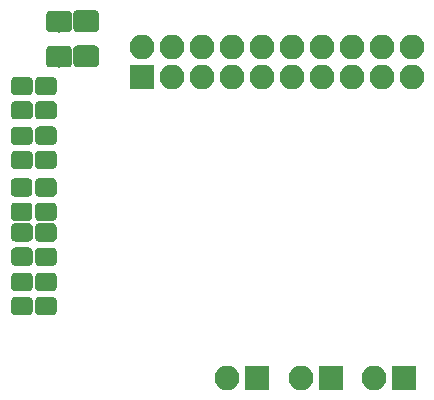
<source format=gbr>
G04 #@! TF.GenerationSoftware,KiCad,Pcbnew,(5.0.0)*
G04 #@! TF.CreationDate,2019-04-18T21:23:00-04:00*
G04 #@! TF.ProjectId,TouchscreenAdapter,546F75636873637265656E4164617074,rev?*
G04 #@! TF.SameCoordinates,Original*
G04 #@! TF.FileFunction,Soldermask,Bot*
G04 #@! TF.FilePolarity,Negative*
%FSLAX46Y46*%
G04 Gerber Fmt 4.6, Leading zero omitted, Abs format (unit mm)*
G04 Created by KiCad (PCBNEW (5.0.0)) date 04/18/19 21:23:00*
%MOMM*%
%LPD*%
G01*
G04 APERTURE LIST*
%ADD10C,0.100000*%
%ADD11C,1.825000*%
%ADD12R,2.100000X2.100000*%
%ADD13O,2.100000X2.100000*%
%ADD14C,1.550000*%
G04 APERTURE END LIST*
D10*
G04 #@! TO.C,C1*
G36*
X114324207Y-71733042D02*
X114355287Y-71737652D01*
X114385766Y-71745287D01*
X114415350Y-71755872D01*
X114443754Y-71769306D01*
X114470704Y-71785459D01*
X114495942Y-71804177D01*
X114519223Y-71825277D01*
X114540323Y-71848558D01*
X114559041Y-71873796D01*
X114575194Y-71900746D01*
X114588628Y-71929150D01*
X114599213Y-71958734D01*
X114606848Y-71989213D01*
X114611458Y-72020293D01*
X114613000Y-72051676D01*
X114613000Y-73236324D01*
X114611458Y-73267707D01*
X114606848Y-73298787D01*
X114599213Y-73329266D01*
X114588628Y-73358850D01*
X114575194Y-73387254D01*
X114559041Y-73414204D01*
X114540323Y-73439442D01*
X114519223Y-73462723D01*
X114495942Y-73483823D01*
X114470704Y-73502541D01*
X114443754Y-73518694D01*
X114415350Y-73532128D01*
X114385766Y-73542713D01*
X114355287Y-73550348D01*
X114324207Y-73554958D01*
X114292824Y-73556500D01*
X112783176Y-73556500D01*
X112751793Y-73554958D01*
X112720713Y-73550348D01*
X112690234Y-73542713D01*
X112660650Y-73532128D01*
X112632246Y-73518694D01*
X112605296Y-73502541D01*
X112580058Y-73483823D01*
X112556777Y-73462723D01*
X112535677Y-73439442D01*
X112516959Y-73414204D01*
X112500806Y-73387254D01*
X112487372Y-73358850D01*
X112476787Y-73329266D01*
X112469152Y-73298787D01*
X112464542Y-73267707D01*
X112463000Y-73236324D01*
X112463000Y-72051676D01*
X112464542Y-72020293D01*
X112469152Y-71989213D01*
X112476787Y-71958734D01*
X112487372Y-71929150D01*
X112500806Y-71900746D01*
X112516959Y-71873796D01*
X112535677Y-71848558D01*
X112556777Y-71825277D01*
X112580058Y-71804177D01*
X112605296Y-71785459D01*
X112632246Y-71769306D01*
X112660650Y-71755872D01*
X112690234Y-71745287D01*
X112720713Y-71737652D01*
X112751793Y-71733042D01*
X112783176Y-71731500D01*
X114292824Y-71731500D01*
X114324207Y-71733042D01*
X114324207Y-71733042D01*
G37*
D11*
X113538000Y-72644000D03*
D10*
G36*
X114324207Y-74708042D02*
X114355287Y-74712652D01*
X114385766Y-74720287D01*
X114415350Y-74730872D01*
X114443754Y-74744306D01*
X114470704Y-74760459D01*
X114495942Y-74779177D01*
X114519223Y-74800277D01*
X114540323Y-74823558D01*
X114559041Y-74848796D01*
X114575194Y-74875746D01*
X114588628Y-74904150D01*
X114599213Y-74933734D01*
X114606848Y-74964213D01*
X114611458Y-74995293D01*
X114613000Y-75026676D01*
X114613000Y-76211324D01*
X114611458Y-76242707D01*
X114606848Y-76273787D01*
X114599213Y-76304266D01*
X114588628Y-76333850D01*
X114575194Y-76362254D01*
X114559041Y-76389204D01*
X114540323Y-76414442D01*
X114519223Y-76437723D01*
X114495942Y-76458823D01*
X114470704Y-76477541D01*
X114443754Y-76493694D01*
X114415350Y-76507128D01*
X114385766Y-76517713D01*
X114355287Y-76525348D01*
X114324207Y-76529958D01*
X114292824Y-76531500D01*
X112783176Y-76531500D01*
X112751793Y-76529958D01*
X112720713Y-76525348D01*
X112690234Y-76517713D01*
X112660650Y-76507128D01*
X112632246Y-76493694D01*
X112605296Y-76477541D01*
X112580058Y-76458823D01*
X112556777Y-76437723D01*
X112535677Y-76414442D01*
X112516959Y-76389204D01*
X112500806Y-76362254D01*
X112487372Y-76333850D01*
X112476787Y-76304266D01*
X112469152Y-76273787D01*
X112464542Y-76242707D01*
X112463000Y-76211324D01*
X112463000Y-75026676D01*
X112464542Y-74995293D01*
X112469152Y-74964213D01*
X112476787Y-74933734D01*
X112487372Y-74904150D01*
X112500806Y-74875746D01*
X112516959Y-74848796D01*
X112535677Y-74823558D01*
X112556777Y-74800277D01*
X112580058Y-74779177D01*
X112605296Y-74760459D01*
X112632246Y-74744306D01*
X112660650Y-74730872D01*
X112690234Y-74720287D01*
X112720713Y-74712652D01*
X112751793Y-74708042D01*
X112783176Y-74706500D01*
X114292824Y-74706500D01*
X114324207Y-74708042D01*
X114324207Y-74708042D01*
G37*
D11*
X113538000Y-75619000D03*
G04 #@! TD*
D10*
G04 #@! TO.C,C2*
G36*
X112038207Y-74744542D02*
X112069287Y-74749152D01*
X112099766Y-74756787D01*
X112129350Y-74767372D01*
X112157754Y-74780806D01*
X112184704Y-74796959D01*
X112209942Y-74815677D01*
X112233223Y-74836777D01*
X112254323Y-74860058D01*
X112273041Y-74885296D01*
X112289194Y-74912246D01*
X112302628Y-74940650D01*
X112313213Y-74970234D01*
X112320848Y-75000713D01*
X112325458Y-75031793D01*
X112327000Y-75063176D01*
X112327000Y-76247824D01*
X112325458Y-76279207D01*
X112320848Y-76310287D01*
X112313213Y-76340766D01*
X112302628Y-76370350D01*
X112289194Y-76398754D01*
X112273041Y-76425704D01*
X112254323Y-76450942D01*
X112233223Y-76474223D01*
X112209942Y-76495323D01*
X112184704Y-76514041D01*
X112157754Y-76530194D01*
X112129350Y-76543628D01*
X112099766Y-76554213D01*
X112069287Y-76561848D01*
X112038207Y-76566458D01*
X112006824Y-76568000D01*
X110497176Y-76568000D01*
X110465793Y-76566458D01*
X110434713Y-76561848D01*
X110404234Y-76554213D01*
X110374650Y-76543628D01*
X110346246Y-76530194D01*
X110319296Y-76514041D01*
X110294058Y-76495323D01*
X110270777Y-76474223D01*
X110249677Y-76450942D01*
X110230959Y-76425704D01*
X110214806Y-76398754D01*
X110201372Y-76370350D01*
X110190787Y-76340766D01*
X110183152Y-76310287D01*
X110178542Y-76279207D01*
X110177000Y-76247824D01*
X110177000Y-75063176D01*
X110178542Y-75031793D01*
X110183152Y-75000713D01*
X110190787Y-74970234D01*
X110201372Y-74940650D01*
X110214806Y-74912246D01*
X110230959Y-74885296D01*
X110249677Y-74860058D01*
X110270777Y-74836777D01*
X110294058Y-74815677D01*
X110319296Y-74796959D01*
X110346246Y-74780806D01*
X110374650Y-74767372D01*
X110404234Y-74756787D01*
X110434713Y-74749152D01*
X110465793Y-74744542D01*
X110497176Y-74743000D01*
X112006824Y-74743000D01*
X112038207Y-74744542D01*
X112038207Y-74744542D01*
G37*
D11*
X111252000Y-75655500D03*
D10*
G36*
X112038207Y-71769542D02*
X112069287Y-71774152D01*
X112099766Y-71781787D01*
X112129350Y-71792372D01*
X112157754Y-71805806D01*
X112184704Y-71821959D01*
X112209942Y-71840677D01*
X112233223Y-71861777D01*
X112254323Y-71885058D01*
X112273041Y-71910296D01*
X112289194Y-71937246D01*
X112302628Y-71965650D01*
X112313213Y-71995234D01*
X112320848Y-72025713D01*
X112325458Y-72056793D01*
X112327000Y-72088176D01*
X112327000Y-73272824D01*
X112325458Y-73304207D01*
X112320848Y-73335287D01*
X112313213Y-73365766D01*
X112302628Y-73395350D01*
X112289194Y-73423754D01*
X112273041Y-73450704D01*
X112254323Y-73475942D01*
X112233223Y-73499223D01*
X112209942Y-73520323D01*
X112184704Y-73539041D01*
X112157754Y-73555194D01*
X112129350Y-73568628D01*
X112099766Y-73579213D01*
X112069287Y-73586848D01*
X112038207Y-73591458D01*
X112006824Y-73593000D01*
X110497176Y-73593000D01*
X110465793Y-73591458D01*
X110434713Y-73586848D01*
X110404234Y-73579213D01*
X110374650Y-73568628D01*
X110346246Y-73555194D01*
X110319296Y-73539041D01*
X110294058Y-73520323D01*
X110270777Y-73499223D01*
X110249677Y-73475942D01*
X110230959Y-73450704D01*
X110214806Y-73423754D01*
X110201372Y-73395350D01*
X110190787Y-73365766D01*
X110183152Y-73335287D01*
X110178542Y-73304207D01*
X110177000Y-73272824D01*
X110177000Y-72088176D01*
X110178542Y-72056793D01*
X110183152Y-72025713D01*
X110190787Y-71995234D01*
X110201372Y-71965650D01*
X110214806Y-71937246D01*
X110230959Y-71910296D01*
X110249677Y-71885058D01*
X110270777Y-71861777D01*
X110294058Y-71840677D01*
X110319296Y-71821959D01*
X110346246Y-71805806D01*
X110374650Y-71792372D01*
X110404234Y-71781787D01*
X110434713Y-71774152D01*
X110465793Y-71769542D01*
X110497176Y-71768000D01*
X112006824Y-71768000D01*
X112038207Y-71769542D01*
X112038207Y-71769542D01*
G37*
D11*
X111252000Y-72680500D03*
G04 #@! TD*
D12*
G04 #@! TO.C,J5*
X128016000Y-102870000D03*
D13*
X125476000Y-102870000D03*
G04 #@! TD*
G04 #@! TO.C,J6*
X131699000Y-102870000D03*
D12*
X134239000Y-102870000D03*
G04 #@! TD*
G04 #@! TO.C,J7*
X118237000Y-77343000D03*
D13*
X118237000Y-74803000D03*
X120777000Y-77343000D03*
X120777000Y-74803000D03*
X123317000Y-77343000D03*
X123317000Y-74803000D03*
X125857000Y-77343000D03*
X125857000Y-74803000D03*
X128397000Y-77343000D03*
X128397000Y-74803000D03*
X130937000Y-77343000D03*
X130937000Y-74803000D03*
X133477000Y-77343000D03*
X133477000Y-74803000D03*
X136017000Y-77343000D03*
X136017000Y-74803000D03*
X138557000Y-77343000D03*
X138557000Y-74803000D03*
X141097000Y-77343000D03*
X141097000Y-74803000D03*
G04 #@! TD*
D12*
G04 #@! TO.C,J8*
X140462000Y-102870000D03*
D13*
X137922000Y-102870000D03*
G04 #@! TD*
D10*
G04 #@! TO.C,R1*
G36*
X110737178Y-81567402D02*
X110769888Y-81572254D01*
X110801964Y-81580288D01*
X110833098Y-81591428D01*
X110862991Y-81605566D01*
X110891354Y-81622566D01*
X110917914Y-81642264D01*
X110942415Y-81664471D01*
X110964622Y-81688972D01*
X110984320Y-81715532D01*
X111001320Y-81743895D01*
X111015458Y-81773788D01*
X111026598Y-81804922D01*
X111034632Y-81836998D01*
X111039484Y-81869708D01*
X111041107Y-81902735D01*
X111041107Y-82778823D01*
X111039484Y-82811850D01*
X111034632Y-82844560D01*
X111026598Y-82876636D01*
X111015458Y-82907770D01*
X111001320Y-82937663D01*
X110984320Y-82966026D01*
X110964622Y-82992586D01*
X110942415Y-83017087D01*
X110917914Y-83039294D01*
X110891354Y-83058992D01*
X110862991Y-83075992D01*
X110833098Y-83090130D01*
X110801964Y-83101270D01*
X110769888Y-83109304D01*
X110737178Y-83114156D01*
X110704151Y-83115779D01*
X109578063Y-83115779D01*
X109545036Y-83114156D01*
X109512326Y-83109304D01*
X109480250Y-83101270D01*
X109449116Y-83090130D01*
X109419223Y-83075992D01*
X109390860Y-83058992D01*
X109364300Y-83039294D01*
X109339799Y-83017087D01*
X109317592Y-82992586D01*
X109297894Y-82966026D01*
X109280894Y-82937663D01*
X109266756Y-82907770D01*
X109255616Y-82876636D01*
X109247582Y-82844560D01*
X109242730Y-82811850D01*
X109241107Y-82778823D01*
X109241107Y-81902735D01*
X109242730Y-81869708D01*
X109247582Y-81836998D01*
X109255616Y-81804922D01*
X109266756Y-81773788D01*
X109280894Y-81743895D01*
X109297894Y-81715532D01*
X109317592Y-81688972D01*
X109339799Y-81664471D01*
X109364300Y-81642264D01*
X109390860Y-81622566D01*
X109419223Y-81605566D01*
X109449116Y-81591428D01*
X109480250Y-81580288D01*
X109512326Y-81572254D01*
X109545036Y-81567402D01*
X109578063Y-81565779D01*
X110704151Y-81565779D01*
X110737178Y-81567402D01*
X110737178Y-81567402D01*
G37*
D14*
X110141107Y-82340779D03*
D10*
G36*
X110737178Y-83617402D02*
X110769888Y-83622254D01*
X110801964Y-83630288D01*
X110833098Y-83641428D01*
X110862991Y-83655566D01*
X110891354Y-83672566D01*
X110917914Y-83692264D01*
X110942415Y-83714471D01*
X110964622Y-83738972D01*
X110984320Y-83765532D01*
X111001320Y-83793895D01*
X111015458Y-83823788D01*
X111026598Y-83854922D01*
X111034632Y-83886998D01*
X111039484Y-83919708D01*
X111041107Y-83952735D01*
X111041107Y-84828823D01*
X111039484Y-84861850D01*
X111034632Y-84894560D01*
X111026598Y-84926636D01*
X111015458Y-84957770D01*
X111001320Y-84987663D01*
X110984320Y-85016026D01*
X110964622Y-85042586D01*
X110942415Y-85067087D01*
X110917914Y-85089294D01*
X110891354Y-85108992D01*
X110862991Y-85125992D01*
X110833098Y-85140130D01*
X110801964Y-85151270D01*
X110769888Y-85159304D01*
X110737178Y-85164156D01*
X110704151Y-85165779D01*
X109578063Y-85165779D01*
X109545036Y-85164156D01*
X109512326Y-85159304D01*
X109480250Y-85151270D01*
X109449116Y-85140130D01*
X109419223Y-85125992D01*
X109390860Y-85108992D01*
X109364300Y-85089294D01*
X109339799Y-85067087D01*
X109317592Y-85042586D01*
X109297894Y-85016026D01*
X109280894Y-84987663D01*
X109266756Y-84957770D01*
X109255616Y-84926636D01*
X109247582Y-84894560D01*
X109242730Y-84861850D01*
X109241107Y-84828823D01*
X109241107Y-83952735D01*
X109242730Y-83919708D01*
X109247582Y-83886998D01*
X109255616Y-83854922D01*
X109266756Y-83823788D01*
X109280894Y-83793895D01*
X109297894Y-83765532D01*
X109317592Y-83738972D01*
X109339799Y-83714471D01*
X109364300Y-83692264D01*
X109390860Y-83672566D01*
X109419223Y-83655566D01*
X109449116Y-83641428D01*
X109480250Y-83630288D01*
X109512326Y-83622254D01*
X109545036Y-83617402D01*
X109578063Y-83615779D01*
X110704151Y-83615779D01*
X110737178Y-83617402D01*
X110737178Y-83617402D01*
G37*
D14*
X110141107Y-84390779D03*
G04 #@! TD*
D10*
G04 #@! TO.C,R2*
G36*
X110737178Y-77376402D02*
X110769888Y-77381254D01*
X110801964Y-77389288D01*
X110833098Y-77400428D01*
X110862991Y-77414566D01*
X110891354Y-77431566D01*
X110917914Y-77451264D01*
X110942415Y-77473471D01*
X110964622Y-77497972D01*
X110984320Y-77524532D01*
X111001320Y-77552895D01*
X111015458Y-77582788D01*
X111026598Y-77613922D01*
X111034632Y-77645998D01*
X111039484Y-77678708D01*
X111041107Y-77711735D01*
X111041107Y-78587823D01*
X111039484Y-78620850D01*
X111034632Y-78653560D01*
X111026598Y-78685636D01*
X111015458Y-78716770D01*
X111001320Y-78746663D01*
X110984320Y-78775026D01*
X110964622Y-78801586D01*
X110942415Y-78826087D01*
X110917914Y-78848294D01*
X110891354Y-78867992D01*
X110862991Y-78884992D01*
X110833098Y-78899130D01*
X110801964Y-78910270D01*
X110769888Y-78918304D01*
X110737178Y-78923156D01*
X110704151Y-78924779D01*
X109578063Y-78924779D01*
X109545036Y-78923156D01*
X109512326Y-78918304D01*
X109480250Y-78910270D01*
X109449116Y-78899130D01*
X109419223Y-78884992D01*
X109390860Y-78867992D01*
X109364300Y-78848294D01*
X109339799Y-78826087D01*
X109317592Y-78801586D01*
X109297894Y-78775026D01*
X109280894Y-78746663D01*
X109266756Y-78716770D01*
X109255616Y-78685636D01*
X109247582Y-78653560D01*
X109242730Y-78620850D01*
X109241107Y-78587823D01*
X109241107Y-77711735D01*
X109242730Y-77678708D01*
X109247582Y-77645998D01*
X109255616Y-77613922D01*
X109266756Y-77582788D01*
X109280894Y-77552895D01*
X109297894Y-77524532D01*
X109317592Y-77497972D01*
X109339799Y-77473471D01*
X109364300Y-77451264D01*
X109390860Y-77431566D01*
X109419223Y-77414566D01*
X109449116Y-77400428D01*
X109480250Y-77389288D01*
X109512326Y-77381254D01*
X109545036Y-77376402D01*
X109578063Y-77374779D01*
X110704151Y-77374779D01*
X110737178Y-77376402D01*
X110737178Y-77376402D01*
G37*
D14*
X110141107Y-78149779D03*
D10*
G36*
X110737178Y-79426402D02*
X110769888Y-79431254D01*
X110801964Y-79439288D01*
X110833098Y-79450428D01*
X110862991Y-79464566D01*
X110891354Y-79481566D01*
X110917914Y-79501264D01*
X110942415Y-79523471D01*
X110964622Y-79547972D01*
X110984320Y-79574532D01*
X111001320Y-79602895D01*
X111015458Y-79632788D01*
X111026598Y-79663922D01*
X111034632Y-79695998D01*
X111039484Y-79728708D01*
X111041107Y-79761735D01*
X111041107Y-80637823D01*
X111039484Y-80670850D01*
X111034632Y-80703560D01*
X111026598Y-80735636D01*
X111015458Y-80766770D01*
X111001320Y-80796663D01*
X110984320Y-80825026D01*
X110964622Y-80851586D01*
X110942415Y-80876087D01*
X110917914Y-80898294D01*
X110891354Y-80917992D01*
X110862991Y-80934992D01*
X110833098Y-80949130D01*
X110801964Y-80960270D01*
X110769888Y-80968304D01*
X110737178Y-80973156D01*
X110704151Y-80974779D01*
X109578063Y-80974779D01*
X109545036Y-80973156D01*
X109512326Y-80968304D01*
X109480250Y-80960270D01*
X109449116Y-80949130D01*
X109419223Y-80934992D01*
X109390860Y-80917992D01*
X109364300Y-80898294D01*
X109339799Y-80876087D01*
X109317592Y-80851586D01*
X109297894Y-80825026D01*
X109280894Y-80796663D01*
X109266756Y-80766770D01*
X109255616Y-80735636D01*
X109247582Y-80703560D01*
X109242730Y-80670850D01*
X109241107Y-80637823D01*
X109241107Y-79761735D01*
X109242730Y-79728708D01*
X109247582Y-79695998D01*
X109255616Y-79663922D01*
X109266756Y-79632788D01*
X109280894Y-79602895D01*
X109297894Y-79574532D01*
X109317592Y-79547972D01*
X109339799Y-79523471D01*
X109364300Y-79501264D01*
X109390860Y-79481566D01*
X109419223Y-79464566D01*
X109449116Y-79450428D01*
X109480250Y-79439288D01*
X109512326Y-79431254D01*
X109545036Y-79426402D01*
X109578063Y-79424779D01*
X110704151Y-79424779D01*
X110737178Y-79426402D01*
X110737178Y-79426402D01*
G37*
D14*
X110141107Y-80199779D03*
G04 #@! TD*
D10*
G04 #@! TO.C,R3*
G36*
X108705178Y-93958902D02*
X108737888Y-93963754D01*
X108769964Y-93971788D01*
X108801098Y-93982928D01*
X108830991Y-93997066D01*
X108859354Y-94014066D01*
X108885914Y-94033764D01*
X108910415Y-94055971D01*
X108932622Y-94080472D01*
X108952320Y-94107032D01*
X108969320Y-94135395D01*
X108983458Y-94165288D01*
X108994598Y-94196422D01*
X109002632Y-94228498D01*
X109007484Y-94261208D01*
X109009107Y-94294235D01*
X109009107Y-95170323D01*
X109007484Y-95203350D01*
X109002632Y-95236060D01*
X108994598Y-95268136D01*
X108983458Y-95299270D01*
X108969320Y-95329163D01*
X108952320Y-95357526D01*
X108932622Y-95384086D01*
X108910415Y-95408587D01*
X108885914Y-95430794D01*
X108859354Y-95450492D01*
X108830991Y-95467492D01*
X108801098Y-95481630D01*
X108769964Y-95492770D01*
X108737888Y-95500804D01*
X108705178Y-95505656D01*
X108672151Y-95507279D01*
X107546063Y-95507279D01*
X107513036Y-95505656D01*
X107480326Y-95500804D01*
X107448250Y-95492770D01*
X107417116Y-95481630D01*
X107387223Y-95467492D01*
X107358860Y-95450492D01*
X107332300Y-95430794D01*
X107307799Y-95408587D01*
X107285592Y-95384086D01*
X107265894Y-95357526D01*
X107248894Y-95329163D01*
X107234756Y-95299270D01*
X107223616Y-95268136D01*
X107215582Y-95236060D01*
X107210730Y-95203350D01*
X107209107Y-95170323D01*
X107209107Y-94294235D01*
X107210730Y-94261208D01*
X107215582Y-94228498D01*
X107223616Y-94196422D01*
X107234756Y-94165288D01*
X107248894Y-94135395D01*
X107265894Y-94107032D01*
X107285592Y-94080472D01*
X107307799Y-94055971D01*
X107332300Y-94033764D01*
X107358860Y-94014066D01*
X107387223Y-93997066D01*
X107417116Y-93982928D01*
X107448250Y-93971788D01*
X107480326Y-93963754D01*
X107513036Y-93958902D01*
X107546063Y-93957279D01*
X108672151Y-93957279D01*
X108705178Y-93958902D01*
X108705178Y-93958902D01*
G37*
D14*
X108109107Y-94732279D03*
D10*
G36*
X108705178Y-96008902D02*
X108737888Y-96013754D01*
X108769964Y-96021788D01*
X108801098Y-96032928D01*
X108830991Y-96047066D01*
X108859354Y-96064066D01*
X108885914Y-96083764D01*
X108910415Y-96105971D01*
X108932622Y-96130472D01*
X108952320Y-96157032D01*
X108969320Y-96185395D01*
X108983458Y-96215288D01*
X108994598Y-96246422D01*
X109002632Y-96278498D01*
X109007484Y-96311208D01*
X109009107Y-96344235D01*
X109009107Y-97220323D01*
X109007484Y-97253350D01*
X109002632Y-97286060D01*
X108994598Y-97318136D01*
X108983458Y-97349270D01*
X108969320Y-97379163D01*
X108952320Y-97407526D01*
X108932622Y-97434086D01*
X108910415Y-97458587D01*
X108885914Y-97480794D01*
X108859354Y-97500492D01*
X108830991Y-97517492D01*
X108801098Y-97531630D01*
X108769964Y-97542770D01*
X108737888Y-97550804D01*
X108705178Y-97555656D01*
X108672151Y-97557279D01*
X107546063Y-97557279D01*
X107513036Y-97555656D01*
X107480326Y-97550804D01*
X107448250Y-97542770D01*
X107417116Y-97531630D01*
X107387223Y-97517492D01*
X107358860Y-97500492D01*
X107332300Y-97480794D01*
X107307799Y-97458587D01*
X107285592Y-97434086D01*
X107265894Y-97407526D01*
X107248894Y-97379163D01*
X107234756Y-97349270D01*
X107223616Y-97318136D01*
X107215582Y-97286060D01*
X107210730Y-97253350D01*
X107209107Y-97220323D01*
X107209107Y-96344235D01*
X107210730Y-96311208D01*
X107215582Y-96278498D01*
X107223616Y-96246422D01*
X107234756Y-96215288D01*
X107248894Y-96185395D01*
X107265894Y-96157032D01*
X107285592Y-96130472D01*
X107307799Y-96105971D01*
X107332300Y-96083764D01*
X107358860Y-96064066D01*
X107387223Y-96047066D01*
X107417116Y-96032928D01*
X107448250Y-96021788D01*
X107480326Y-96013754D01*
X107513036Y-96008902D01*
X107546063Y-96007279D01*
X108672151Y-96007279D01*
X108705178Y-96008902D01*
X108705178Y-96008902D01*
G37*
D14*
X108109107Y-96782279D03*
G04 #@! TD*
D10*
G04 #@! TO.C,R4*
G36*
X108705178Y-91808902D02*
X108737888Y-91813754D01*
X108769964Y-91821788D01*
X108801098Y-91832928D01*
X108830991Y-91847066D01*
X108859354Y-91864066D01*
X108885914Y-91883764D01*
X108910415Y-91905971D01*
X108932622Y-91930472D01*
X108952320Y-91957032D01*
X108969320Y-91985395D01*
X108983458Y-92015288D01*
X108994598Y-92046422D01*
X109002632Y-92078498D01*
X109007484Y-92111208D01*
X109009107Y-92144235D01*
X109009107Y-93020323D01*
X109007484Y-93053350D01*
X109002632Y-93086060D01*
X108994598Y-93118136D01*
X108983458Y-93149270D01*
X108969320Y-93179163D01*
X108952320Y-93207526D01*
X108932622Y-93234086D01*
X108910415Y-93258587D01*
X108885914Y-93280794D01*
X108859354Y-93300492D01*
X108830991Y-93317492D01*
X108801098Y-93331630D01*
X108769964Y-93342770D01*
X108737888Y-93350804D01*
X108705178Y-93355656D01*
X108672151Y-93357279D01*
X107546063Y-93357279D01*
X107513036Y-93355656D01*
X107480326Y-93350804D01*
X107448250Y-93342770D01*
X107417116Y-93331630D01*
X107387223Y-93317492D01*
X107358860Y-93300492D01*
X107332300Y-93280794D01*
X107307799Y-93258587D01*
X107285592Y-93234086D01*
X107265894Y-93207526D01*
X107248894Y-93179163D01*
X107234756Y-93149270D01*
X107223616Y-93118136D01*
X107215582Y-93086060D01*
X107210730Y-93053350D01*
X107209107Y-93020323D01*
X107209107Y-92144235D01*
X107210730Y-92111208D01*
X107215582Y-92078498D01*
X107223616Y-92046422D01*
X107234756Y-92015288D01*
X107248894Y-91985395D01*
X107265894Y-91957032D01*
X107285592Y-91930472D01*
X107307799Y-91905971D01*
X107332300Y-91883764D01*
X107358860Y-91864066D01*
X107387223Y-91847066D01*
X107417116Y-91832928D01*
X107448250Y-91821788D01*
X107480326Y-91813754D01*
X107513036Y-91808902D01*
X107546063Y-91807279D01*
X108672151Y-91807279D01*
X108705178Y-91808902D01*
X108705178Y-91808902D01*
G37*
D14*
X108109107Y-92582279D03*
D10*
G36*
X108705178Y-89758902D02*
X108737888Y-89763754D01*
X108769964Y-89771788D01*
X108801098Y-89782928D01*
X108830991Y-89797066D01*
X108859354Y-89814066D01*
X108885914Y-89833764D01*
X108910415Y-89855971D01*
X108932622Y-89880472D01*
X108952320Y-89907032D01*
X108969320Y-89935395D01*
X108983458Y-89965288D01*
X108994598Y-89996422D01*
X109002632Y-90028498D01*
X109007484Y-90061208D01*
X109009107Y-90094235D01*
X109009107Y-90970323D01*
X109007484Y-91003350D01*
X109002632Y-91036060D01*
X108994598Y-91068136D01*
X108983458Y-91099270D01*
X108969320Y-91129163D01*
X108952320Y-91157526D01*
X108932622Y-91184086D01*
X108910415Y-91208587D01*
X108885914Y-91230794D01*
X108859354Y-91250492D01*
X108830991Y-91267492D01*
X108801098Y-91281630D01*
X108769964Y-91292770D01*
X108737888Y-91300804D01*
X108705178Y-91305656D01*
X108672151Y-91307279D01*
X107546063Y-91307279D01*
X107513036Y-91305656D01*
X107480326Y-91300804D01*
X107448250Y-91292770D01*
X107417116Y-91281630D01*
X107387223Y-91267492D01*
X107358860Y-91250492D01*
X107332300Y-91230794D01*
X107307799Y-91208587D01*
X107285592Y-91184086D01*
X107265894Y-91157526D01*
X107248894Y-91129163D01*
X107234756Y-91099270D01*
X107223616Y-91068136D01*
X107215582Y-91036060D01*
X107210730Y-91003350D01*
X107209107Y-90970323D01*
X107209107Y-90094235D01*
X107210730Y-90061208D01*
X107215582Y-90028498D01*
X107223616Y-89996422D01*
X107234756Y-89965288D01*
X107248894Y-89935395D01*
X107265894Y-89907032D01*
X107285592Y-89880472D01*
X107307799Y-89855971D01*
X107332300Y-89833764D01*
X107358860Y-89814066D01*
X107387223Y-89797066D01*
X107417116Y-89782928D01*
X107448250Y-89771788D01*
X107480326Y-89763754D01*
X107513036Y-89758902D01*
X107546063Y-89757279D01*
X108672151Y-89757279D01*
X108705178Y-89758902D01*
X108705178Y-89758902D01*
G37*
D14*
X108109107Y-90532279D03*
G04 #@! TD*
D10*
G04 #@! TO.C,R5*
G36*
X108705178Y-83635402D02*
X108737888Y-83640254D01*
X108769964Y-83648288D01*
X108801098Y-83659428D01*
X108830991Y-83673566D01*
X108859354Y-83690566D01*
X108885914Y-83710264D01*
X108910415Y-83732471D01*
X108932622Y-83756972D01*
X108952320Y-83783532D01*
X108969320Y-83811895D01*
X108983458Y-83841788D01*
X108994598Y-83872922D01*
X109002632Y-83904998D01*
X109007484Y-83937708D01*
X109009107Y-83970735D01*
X109009107Y-84846823D01*
X109007484Y-84879850D01*
X109002632Y-84912560D01*
X108994598Y-84944636D01*
X108983458Y-84975770D01*
X108969320Y-85005663D01*
X108952320Y-85034026D01*
X108932622Y-85060586D01*
X108910415Y-85085087D01*
X108885914Y-85107294D01*
X108859354Y-85126992D01*
X108830991Y-85143992D01*
X108801098Y-85158130D01*
X108769964Y-85169270D01*
X108737888Y-85177304D01*
X108705178Y-85182156D01*
X108672151Y-85183779D01*
X107546063Y-85183779D01*
X107513036Y-85182156D01*
X107480326Y-85177304D01*
X107448250Y-85169270D01*
X107417116Y-85158130D01*
X107387223Y-85143992D01*
X107358860Y-85126992D01*
X107332300Y-85107294D01*
X107307799Y-85085087D01*
X107285592Y-85060586D01*
X107265894Y-85034026D01*
X107248894Y-85005663D01*
X107234756Y-84975770D01*
X107223616Y-84944636D01*
X107215582Y-84912560D01*
X107210730Y-84879850D01*
X107209107Y-84846823D01*
X107209107Y-83970735D01*
X107210730Y-83937708D01*
X107215582Y-83904998D01*
X107223616Y-83872922D01*
X107234756Y-83841788D01*
X107248894Y-83811895D01*
X107265894Y-83783532D01*
X107285592Y-83756972D01*
X107307799Y-83732471D01*
X107332300Y-83710264D01*
X107358860Y-83690566D01*
X107387223Y-83673566D01*
X107417116Y-83659428D01*
X107448250Y-83648288D01*
X107480326Y-83640254D01*
X107513036Y-83635402D01*
X107546063Y-83633779D01*
X108672151Y-83633779D01*
X108705178Y-83635402D01*
X108705178Y-83635402D01*
G37*
D14*
X108109107Y-84408779D03*
D10*
G36*
X108705178Y-81585402D02*
X108737888Y-81590254D01*
X108769964Y-81598288D01*
X108801098Y-81609428D01*
X108830991Y-81623566D01*
X108859354Y-81640566D01*
X108885914Y-81660264D01*
X108910415Y-81682471D01*
X108932622Y-81706972D01*
X108952320Y-81733532D01*
X108969320Y-81761895D01*
X108983458Y-81791788D01*
X108994598Y-81822922D01*
X109002632Y-81854998D01*
X109007484Y-81887708D01*
X109009107Y-81920735D01*
X109009107Y-82796823D01*
X109007484Y-82829850D01*
X109002632Y-82862560D01*
X108994598Y-82894636D01*
X108983458Y-82925770D01*
X108969320Y-82955663D01*
X108952320Y-82984026D01*
X108932622Y-83010586D01*
X108910415Y-83035087D01*
X108885914Y-83057294D01*
X108859354Y-83076992D01*
X108830991Y-83093992D01*
X108801098Y-83108130D01*
X108769964Y-83119270D01*
X108737888Y-83127304D01*
X108705178Y-83132156D01*
X108672151Y-83133779D01*
X107546063Y-83133779D01*
X107513036Y-83132156D01*
X107480326Y-83127304D01*
X107448250Y-83119270D01*
X107417116Y-83108130D01*
X107387223Y-83093992D01*
X107358860Y-83076992D01*
X107332300Y-83057294D01*
X107307799Y-83035087D01*
X107285592Y-83010586D01*
X107265894Y-82984026D01*
X107248894Y-82955663D01*
X107234756Y-82925770D01*
X107223616Y-82894636D01*
X107215582Y-82862560D01*
X107210730Y-82829850D01*
X107209107Y-82796823D01*
X107209107Y-81920735D01*
X107210730Y-81887708D01*
X107215582Y-81854998D01*
X107223616Y-81822922D01*
X107234756Y-81791788D01*
X107248894Y-81761895D01*
X107265894Y-81733532D01*
X107285592Y-81706972D01*
X107307799Y-81682471D01*
X107332300Y-81660264D01*
X107358860Y-81640566D01*
X107387223Y-81623566D01*
X107417116Y-81609428D01*
X107448250Y-81598288D01*
X107480326Y-81590254D01*
X107513036Y-81585402D01*
X107546063Y-81583779D01*
X108672151Y-81583779D01*
X108705178Y-81585402D01*
X108705178Y-81585402D01*
G37*
D14*
X108109107Y-82358779D03*
G04 #@! TD*
D10*
G04 #@! TO.C,R6*
G36*
X108705178Y-77376402D02*
X108737888Y-77381254D01*
X108769964Y-77389288D01*
X108801098Y-77400428D01*
X108830991Y-77414566D01*
X108859354Y-77431566D01*
X108885914Y-77451264D01*
X108910415Y-77473471D01*
X108932622Y-77497972D01*
X108952320Y-77524532D01*
X108969320Y-77552895D01*
X108983458Y-77582788D01*
X108994598Y-77613922D01*
X109002632Y-77645998D01*
X109007484Y-77678708D01*
X109009107Y-77711735D01*
X109009107Y-78587823D01*
X109007484Y-78620850D01*
X109002632Y-78653560D01*
X108994598Y-78685636D01*
X108983458Y-78716770D01*
X108969320Y-78746663D01*
X108952320Y-78775026D01*
X108932622Y-78801586D01*
X108910415Y-78826087D01*
X108885914Y-78848294D01*
X108859354Y-78867992D01*
X108830991Y-78884992D01*
X108801098Y-78899130D01*
X108769964Y-78910270D01*
X108737888Y-78918304D01*
X108705178Y-78923156D01*
X108672151Y-78924779D01*
X107546063Y-78924779D01*
X107513036Y-78923156D01*
X107480326Y-78918304D01*
X107448250Y-78910270D01*
X107417116Y-78899130D01*
X107387223Y-78884992D01*
X107358860Y-78867992D01*
X107332300Y-78848294D01*
X107307799Y-78826087D01*
X107285592Y-78801586D01*
X107265894Y-78775026D01*
X107248894Y-78746663D01*
X107234756Y-78716770D01*
X107223616Y-78685636D01*
X107215582Y-78653560D01*
X107210730Y-78620850D01*
X107209107Y-78587823D01*
X107209107Y-77711735D01*
X107210730Y-77678708D01*
X107215582Y-77645998D01*
X107223616Y-77613922D01*
X107234756Y-77582788D01*
X107248894Y-77552895D01*
X107265894Y-77524532D01*
X107285592Y-77497972D01*
X107307799Y-77473471D01*
X107332300Y-77451264D01*
X107358860Y-77431566D01*
X107387223Y-77414566D01*
X107417116Y-77400428D01*
X107448250Y-77389288D01*
X107480326Y-77381254D01*
X107513036Y-77376402D01*
X107546063Y-77374779D01*
X108672151Y-77374779D01*
X108705178Y-77376402D01*
X108705178Y-77376402D01*
G37*
D14*
X108109107Y-78149779D03*
D10*
G36*
X108705178Y-79426402D02*
X108737888Y-79431254D01*
X108769964Y-79439288D01*
X108801098Y-79450428D01*
X108830991Y-79464566D01*
X108859354Y-79481566D01*
X108885914Y-79501264D01*
X108910415Y-79523471D01*
X108932622Y-79547972D01*
X108952320Y-79574532D01*
X108969320Y-79602895D01*
X108983458Y-79632788D01*
X108994598Y-79663922D01*
X109002632Y-79695998D01*
X109007484Y-79728708D01*
X109009107Y-79761735D01*
X109009107Y-80637823D01*
X109007484Y-80670850D01*
X109002632Y-80703560D01*
X108994598Y-80735636D01*
X108983458Y-80766770D01*
X108969320Y-80796663D01*
X108952320Y-80825026D01*
X108932622Y-80851586D01*
X108910415Y-80876087D01*
X108885914Y-80898294D01*
X108859354Y-80917992D01*
X108830991Y-80934992D01*
X108801098Y-80949130D01*
X108769964Y-80960270D01*
X108737888Y-80968304D01*
X108705178Y-80973156D01*
X108672151Y-80974779D01*
X107546063Y-80974779D01*
X107513036Y-80973156D01*
X107480326Y-80968304D01*
X107448250Y-80960270D01*
X107417116Y-80949130D01*
X107387223Y-80934992D01*
X107358860Y-80917992D01*
X107332300Y-80898294D01*
X107307799Y-80876087D01*
X107285592Y-80851586D01*
X107265894Y-80825026D01*
X107248894Y-80796663D01*
X107234756Y-80766770D01*
X107223616Y-80735636D01*
X107215582Y-80703560D01*
X107210730Y-80670850D01*
X107209107Y-80637823D01*
X107209107Y-79761735D01*
X107210730Y-79728708D01*
X107215582Y-79695998D01*
X107223616Y-79663922D01*
X107234756Y-79632788D01*
X107248894Y-79602895D01*
X107265894Y-79574532D01*
X107285592Y-79547972D01*
X107307799Y-79523471D01*
X107332300Y-79501264D01*
X107358860Y-79481566D01*
X107387223Y-79464566D01*
X107417116Y-79450428D01*
X107448250Y-79439288D01*
X107480326Y-79431254D01*
X107513036Y-79426402D01*
X107546063Y-79424779D01*
X108672151Y-79424779D01*
X108705178Y-79426402D01*
X108705178Y-79426402D01*
G37*
D14*
X108109107Y-80199779D03*
G04 #@! TD*
D10*
G04 #@! TO.C,R7*
G36*
X110737178Y-93949902D02*
X110769888Y-93954754D01*
X110801964Y-93962788D01*
X110833098Y-93973928D01*
X110862991Y-93988066D01*
X110891354Y-94005066D01*
X110917914Y-94024764D01*
X110942415Y-94046971D01*
X110964622Y-94071472D01*
X110984320Y-94098032D01*
X111001320Y-94126395D01*
X111015458Y-94156288D01*
X111026598Y-94187422D01*
X111034632Y-94219498D01*
X111039484Y-94252208D01*
X111041107Y-94285235D01*
X111041107Y-95161323D01*
X111039484Y-95194350D01*
X111034632Y-95227060D01*
X111026598Y-95259136D01*
X111015458Y-95290270D01*
X111001320Y-95320163D01*
X110984320Y-95348526D01*
X110964622Y-95375086D01*
X110942415Y-95399587D01*
X110917914Y-95421794D01*
X110891354Y-95441492D01*
X110862991Y-95458492D01*
X110833098Y-95472630D01*
X110801964Y-95483770D01*
X110769888Y-95491804D01*
X110737178Y-95496656D01*
X110704151Y-95498279D01*
X109578063Y-95498279D01*
X109545036Y-95496656D01*
X109512326Y-95491804D01*
X109480250Y-95483770D01*
X109449116Y-95472630D01*
X109419223Y-95458492D01*
X109390860Y-95441492D01*
X109364300Y-95421794D01*
X109339799Y-95399587D01*
X109317592Y-95375086D01*
X109297894Y-95348526D01*
X109280894Y-95320163D01*
X109266756Y-95290270D01*
X109255616Y-95259136D01*
X109247582Y-95227060D01*
X109242730Y-95194350D01*
X109241107Y-95161323D01*
X109241107Y-94285235D01*
X109242730Y-94252208D01*
X109247582Y-94219498D01*
X109255616Y-94187422D01*
X109266756Y-94156288D01*
X109280894Y-94126395D01*
X109297894Y-94098032D01*
X109317592Y-94071472D01*
X109339799Y-94046971D01*
X109364300Y-94024764D01*
X109390860Y-94005066D01*
X109419223Y-93988066D01*
X109449116Y-93973928D01*
X109480250Y-93962788D01*
X109512326Y-93954754D01*
X109545036Y-93949902D01*
X109578063Y-93948279D01*
X110704151Y-93948279D01*
X110737178Y-93949902D01*
X110737178Y-93949902D01*
G37*
D14*
X110141107Y-94723279D03*
D10*
G36*
X110737178Y-95999902D02*
X110769888Y-96004754D01*
X110801964Y-96012788D01*
X110833098Y-96023928D01*
X110862991Y-96038066D01*
X110891354Y-96055066D01*
X110917914Y-96074764D01*
X110942415Y-96096971D01*
X110964622Y-96121472D01*
X110984320Y-96148032D01*
X111001320Y-96176395D01*
X111015458Y-96206288D01*
X111026598Y-96237422D01*
X111034632Y-96269498D01*
X111039484Y-96302208D01*
X111041107Y-96335235D01*
X111041107Y-97211323D01*
X111039484Y-97244350D01*
X111034632Y-97277060D01*
X111026598Y-97309136D01*
X111015458Y-97340270D01*
X111001320Y-97370163D01*
X110984320Y-97398526D01*
X110964622Y-97425086D01*
X110942415Y-97449587D01*
X110917914Y-97471794D01*
X110891354Y-97491492D01*
X110862991Y-97508492D01*
X110833098Y-97522630D01*
X110801964Y-97533770D01*
X110769888Y-97541804D01*
X110737178Y-97546656D01*
X110704151Y-97548279D01*
X109578063Y-97548279D01*
X109545036Y-97546656D01*
X109512326Y-97541804D01*
X109480250Y-97533770D01*
X109449116Y-97522630D01*
X109419223Y-97508492D01*
X109390860Y-97491492D01*
X109364300Y-97471794D01*
X109339799Y-97449587D01*
X109317592Y-97425086D01*
X109297894Y-97398526D01*
X109280894Y-97370163D01*
X109266756Y-97340270D01*
X109255616Y-97309136D01*
X109247582Y-97277060D01*
X109242730Y-97244350D01*
X109241107Y-97211323D01*
X109241107Y-96335235D01*
X109242730Y-96302208D01*
X109247582Y-96269498D01*
X109255616Y-96237422D01*
X109266756Y-96206288D01*
X109280894Y-96176395D01*
X109297894Y-96148032D01*
X109317592Y-96121472D01*
X109339799Y-96096971D01*
X109364300Y-96074764D01*
X109390860Y-96055066D01*
X109419223Y-96038066D01*
X109449116Y-96023928D01*
X109480250Y-96012788D01*
X109512326Y-96004754D01*
X109545036Y-95999902D01*
X109578063Y-95998279D01*
X110704151Y-95998279D01*
X110737178Y-95999902D01*
X110737178Y-95999902D01*
G37*
D14*
X110141107Y-96773279D03*
G04 #@! TD*
D10*
G04 #@! TO.C,R8*
G36*
X110737178Y-91817902D02*
X110769888Y-91822754D01*
X110801964Y-91830788D01*
X110833098Y-91841928D01*
X110862991Y-91856066D01*
X110891354Y-91873066D01*
X110917914Y-91892764D01*
X110942415Y-91914971D01*
X110964622Y-91939472D01*
X110984320Y-91966032D01*
X111001320Y-91994395D01*
X111015458Y-92024288D01*
X111026598Y-92055422D01*
X111034632Y-92087498D01*
X111039484Y-92120208D01*
X111041107Y-92153235D01*
X111041107Y-93029323D01*
X111039484Y-93062350D01*
X111034632Y-93095060D01*
X111026598Y-93127136D01*
X111015458Y-93158270D01*
X111001320Y-93188163D01*
X110984320Y-93216526D01*
X110964622Y-93243086D01*
X110942415Y-93267587D01*
X110917914Y-93289794D01*
X110891354Y-93309492D01*
X110862991Y-93326492D01*
X110833098Y-93340630D01*
X110801964Y-93351770D01*
X110769888Y-93359804D01*
X110737178Y-93364656D01*
X110704151Y-93366279D01*
X109578063Y-93366279D01*
X109545036Y-93364656D01*
X109512326Y-93359804D01*
X109480250Y-93351770D01*
X109449116Y-93340630D01*
X109419223Y-93326492D01*
X109390860Y-93309492D01*
X109364300Y-93289794D01*
X109339799Y-93267587D01*
X109317592Y-93243086D01*
X109297894Y-93216526D01*
X109280894Y-93188163D01*
X109266756Y-93158270D01*
X109255616Y-93127136D01*
X109247582Y-93095060D01*
X109242730Y-93062350D01*
X109241107Y-93029323D01*
X109241107Y-92153235D01*
X109242730Y-92120208D01*
X109247582Y-92087498D01*
X109255616Y-92055422D01*
X109266756Y-92024288D01*
X109280894Y-91994395D01*
X109297894Y-91966032D01*
X109317592Y-91939472D01*
X109339799Y-91914971D01*
X109364300Y-91892764D01*
X109390860Y-91873066D01*
X109419223Y-91856066D01*
X109449116Y-91841928D01*
X109480250Y-91830788D01*
X109512326Y-91822754D01*
X109545036Y-91817902D01*
X109578063Y-91816279D01*
X110704151Y-91816279D01*
X110737178Y-91817902D01*
X110737178Y-91817902D01*
G37*
D14*
X110141107Y-92591279D03*
D10*
G36*
X110737178Y-89767902D02*
X110769888Y-89772754D01*
X110801964Y-89780788D01*
X110833098Y-89791928D01*
X110862991Y-89806066D01*
X110891354Y-89823066D01*
X110917914Y-89842764D01*
X110942415Y-89864971D01*
X110964622Y-89889472D01*
X110984320Y-89916032D01*
X111001320Y-89944395D01*
X111015458Y-89974288D01*
X111026598Y-90005422D01*
X111034632Y-90037498D01*
X111039484Y-90070208D01*
X111041107Y-90103235D01*
X111041107Y-90979323D01*
X111039484Y-91012350D01*
X111034632Y-91045060D01*
X111026598Y-91077136D01*
X111015458Y-91108270D01*
X111001320Y-91138163D01*
X110984320Y-91166526D01*
X110964622Y-91193086D01*
X110942415Y-91217587D01*
X110917914Y-91239794D01*
X110891354Y-91259492D01*
X110862991Y-91276492D01*
X110833098Y-91290630D01*
X110801964Y-91301770D01*
X110769888Y-91309804D01*
X110737178Y-91314656D01*
X110704151Y-91316279D01*
X109578063Y-91316279D01*
X109545036Y-91314656D01*
X109512326Y-91309804D01*
X109480250Y-91301770D01*
X109449116Y-91290630D01*
X109419223Y-91276492D01*
X109390860Y-91259492D01*
X109364300Y-91239794D01*
X109339799Y-91217587D01*
X109317592Y-91193086D01*
X109297894Y-91166526D01*
X109280894Y-91138163D01*
X109266756Y-91108270D01*
X109255616Y-91077136D01*
X109247582Y-91045060D01*
X109242730Y-91012350D01*
X109241107Y-90979323D01*
X109241107Y-90103235D01*
X109242730Y-90070208D01*
X109247582Y-90037498D01*
X109255616Y-90005422D01*
X109266756Y-89974288D01*
X109280894Y-89944395D01*
X109297894Y-89916032D01*
X109317592Y-89889472D01*
X109339799Y-89864971D01*
X109364300Y-89842764D01*
X109390860Y-89823066D01*
X109419223Y-89806066D01*
X109449116Y-89791928D01*
X109480250Y-89780788D01*
X109512326Y-89772754D01*
X109545036Y-89767902D01*
X109578063Y-89766279D01*
X110704151Y-89766279D01*
X110737178Y-89767902D01*
X110737178Y-89767902D01*
G37*
D14*
X110141107Y-90541279D03*
G04 #@! TD*
D10*
G04 #@! TO.C,R9*
G36*
X110737178Y-85957902D02*
X110769888Y-85962754D01*
X110801964Y-85970788D01*
X110833098Y-85981928D01*
X110862991Y-85996066D01*
X110891354Y-86013066D01*
X110917914Y-86032764D01*
X110942415Y-86054971D01*
X110964622Y-86079472D01*
X110984320Y-86106032D01*
X111001320Y-86134395D01*
X111015458Y-86164288D01*
X111026598Y-86195422D01*
X111034632Y-86227498D01*
X111039484Y-86260208D01*
X111041107Y-86293235D01*
X111041107Y-87169323D01*
X111039484Y-87202350D01*
X111034632Y-87235060D01*
X111026598Y-87267136D01*
X111015458Y-87298270D01*
X111001320Y-87328163D01*
X110984320Y-87356526D01*
X110964622Y-87383086D01*
X110942415Y-87407587D01*
X110917914Y-87429794D01*
X110891354Y-87449492D01*
X110862991Y-87466492D01*
X110833098Y-87480630D01*
X110801964Y-87491770D01*
X110769888Y-87499804D01*
X110737178Y-87504656D01*
X110704151Y-87506279D01*
X109578063Y-87506279D01*
X109545036Y-87504656D01*
X109512326Y-87499804D01*
X109480250Y-87491770D01*
X109449116Y-87480630D01*
X109419223Y-87466492D01*
X109390860Y-87449492D01*
X109364300Y-87429794D01*
X109339799Y-87407587D01*
X109317592Y-87383086D01*
X109297894Y-87356526D01*
X109280894Y-87328163D01*
X109266756Y-87298270D01*
X109255616Y-87267136D01*
X109247582Y-87235060D01*
X109242730Y-87202350D01*
X109241107Y-87169323D01*
X109241107Y-86293235D01*
X109242730Y-86260208D01*
X109247582Y-86227498D01*
X109255616Y-86195422D01*
X109266756Y-86164288D01*
X109280894Y-86134395D01*
X109297894Y-86106032D01*
X109317592Y-86079472D01*
X109339799Y-86054971D01*
X109364300Y-86032764D01*
X109390860Y-86013066D01*
X109419223Y-85996066D01*
X109449116Y-85981928D01*
X109480250Y-85970788D01*
X109512326Y-85962754D01*
X109545036Y-85957902D01*
X109578063Y-85956279D01*
X110704151Y-85956279D01*
X110737178Y-85957902D01*
X110737178Y-85957902D01*
G37*
D14*
X110141107Y-86731279D03*
D10*
G36*
X110737178Y-88007902D02*
X110769888Y-88012754D01*
X110801964Y-88020788D01*
X110833098Y-88031928D01*
X110862991Y-88046066D01*
X110891354Y-88063066D01*
X110917914Y-88082764D01*
X110942415Y-88104971D01*
X110964622Y-88129472D01*
X110984320Y-88156032D01*
X111001320Y-88184395D01*
X111015458Y-88214288D01*
X111026598Y-88245422D01*
X111034632Y-88277498D01*
X111039484Y-88310208D01*
X111041107Y-88343235D01*
X111041107Y-89219323D01*
X111039484Y-89252350D01*
X111034632Y-89285060D01*
X111026598Y-89317136D01*
X111015458Y-89348270D01*
X111001320Y-89378163D01*
X110984320Y-89406526D01*
X110964622Y-89433086D01*
X110942415Y-89457587D01*
X110917914Y-89479794D01*
X110891354Y-89499492D01*
X110862991Y-89516492D01*
X110833098Y-89530630D01*
X110801964Y-89541770D01*
X110769888Y-89549804D01*
X110737178Y-89554656D01*
X110704151Y-89556279D01*
X109578063Y-89556279D01*
X109545036Y-89554656D01*
X109512326Y-89549804D01*
X109480250Y-89541770D01*
X109449116Y-89530630D01*
X109419223Y-89516492D01*
X109390860Y-89499492D01*
X109364300Y-89479794D01*
X109339799Y-89457587D01*
X109317592Y-89433086D01*
X109297894Y-89406526D01*
X109280894Y-89378163D01*
X109266756Y-89348270D01*
X109255616Y-89317136D01*
X109247582Y-89285060D01*
X109242730Y-89252350D01*
X109241107Y-89219323D01*
X109241107Y-88343235D01*
X109242730Y-88310208D01*
X109247582Y-88277498D01*
X109255616Y-88245422D01*
X109266756Y-88214288D01*
X109280894Y-88184395D01*
X109297894Y-88156032D01*
X109317592Y-88129472D01*
X109339799Y-88104971D01*
X109364300Y-88082764D01*
X109390860Y-88063066D01*
X109419223Y-88046066D01*
X109449116Y-88031928D01*
X109480250Y-88020788D01*
X109512326Y-88012754D01*
X109545036Y-88007902D01*
X109578063Y-88006279D01*
X110704151Y-88006279D01*
X110737178Y-88007902D01*
X110737178Y-88007902D01*
G37*
D14*
X110141107Y-88781279D03*
G04 #@! TD*
D10*
G04 #@! TO.C,R10*
G36*
X108673071Y-85958623D02*
X108705781Y-85963475D01*
X108737857Y-85971509D01*
X108768991Y-85982649D01*
X108798884Y-85996787D01*
X108827247Y-86013787D01*
X108853807Y-86033485D01*
X108878308Y-86055692D01*
X108900515Y-86080193D01*
X108920213Y-86106753D01*
X108937213Y-86135116D01*
X108951351Y-86165009D01*
X108962491Y-86196143D01*
X108970525Y-86228219D01*
X108975377Y-86260929D01*
X108977000Y-86293956D01*
X108977000Y-87170044D01*
X108975377Y-87203071D01*
X108970525Y-87235781D01*
X108962491Y-87267857D01*
X108951351Y-87298991D01*
X108937213Y-87328884D01*
X108920213Y-87357247D01*
X108900515Y-87383807D01*
X108878308Y-87408308D01*
X108853807Y-87430515D01*
X108827247Y-87450213D01*
X108798884Y-87467213D01*
X108768991Y-87481351D01*
X108737857Y-87492491D01*
X108705781Y-87500525D01*
X108673071Y-87505377D01*
X108640044Y-87507000D01*
X107513956Y-87507000D01*
X107480929Y-87505377D01*
X107448219Y-87500525D01*
X107416143Y-87492491D01*
X107385009Y-87481351D01*
X107355116Y-87467213D01*
X107326753Y-87450213D01*
X107300193Y-87430515D01*
X107275692Y-87408308D01*
X107253485Y-87383807D01*
X107233787Y-87357247D01*
X107216787Y-87328884D01*
X107202649Y-87298991D01*
X107191509Y-87267857D01*
X107183475Y-87235781D01*
X107178623Y-87203071D01*
X107177000Y-87170044D01*
X107177000Y-86293956D01*
X107178623Y-86260929D01*
X107183475Y-86228219D01*
X107191509Y-86196143D01*
X107202649Y-86165009D01*
X107216787Y-86135116D01*
X107233787Y-86106753D01*
X107253485Y-86080193D01*
X107275692Y-86055692D01*
X107300193Y-86033485D01*
X107326753Y-86013787D01*
X107355116Y-85996787D01*
X107385009Y-85982649D01*
X107416143Y-85971509D01*
X107448219Y-85963475D01*
X107480929Y-85958623D01*
X107513956Y-85957000D01*
X108640044Y-85957000D01*
X108673071Y-85958623D01*
X108673071Y-85958623D01*
G37*
D14*
X108077000Y-86732000D03*
D10*
G36*
X108673071Y-88008623D02*
X108705781Y-88013475D01*
X108737857Y-88021509D01*
X108768991Y-88032649D01*
X108798884Y-88046787D01*
X108827247Y-88063787D01*
X108853807Y-88083485D01*
X108878308Y-88105692D01*
X108900515Y-88130193D01*
X108920213Y-88156753D01*
X108937213Y-88185116D01*
X108951351Y-88215009D01*
X108962491Y-88246143D01*
X108970525Y-88278219D01*
X108975377Y-88310929D01*
X108977000Y-88343956D01*
X108977000Y-89220044D01*
X108975377Y-89253071D01*
X108970525Y-89285781D01*
X108962491Y-89317857D01*
X108951351Y-89348991D01*
X108937213Y-89378884D01*
X108920213Y-89407247D01*
X108900515Y-89433807D01*
X108878308Y-89458308D01*
X108853807Y-89480515D01*
X108827247Y-89500213D01*
X108798884Y-89517213D01*
X108768991Y-89531351D01*
X108737857Y-89542491D01*
X108705781Y-89550525D01*
X108673071Y-89555377D01*
X108640044Y-89557000D01*
X107513956Y-89557000D01*
X107480929Y-89555377D01*
X107448219Y-89550525D01*
X107416143Y-89542491D01*
X107385009Y-89531351D01*
X107355116Y-89517213D01*
X107326753Y-89500213D01*
X107300193Y-89480515D01*
X107275692Y-89458308D01*
X107253485Y-89433807D01*
X107233787Y-89407247D01*
X107216787Y-89378884D01*
X107202649Y-89348991D01*
X107191509Y-89317857D01*
X107183475Y-89285781D01*
X107178623Y-89253071D01*
X107177000Y-89220044D01*
X107177000Y-88343956D01*
X107178623Y-88310929D01*
X107183475Y-88278219D01*
X107191509Y-88246143D01*
X107202649Y-88215009D01*
X107216787Y-88185116D01*
X107233787Y-88156753D01*
X107253485Y-88130193D01*
X107275692Y-88105692D01*
X107300193Y-88083485D01*
X107326753Y-88063787D01*
X107355116Y-88046787D01*
X107385009Y-88032649D01*
X107416143Y-88021509D01*
X107448219Y-88013475D01*
X107480929Y-88008623D01*
X107513956Y-88007000D01*
X108640044Y-88007000D01*
X108673071Y-88008623D01*
X108673071Y-88008623D01*
G37*
D14*
X108077000Y-88782000D03*
G04 #@! TD*
M02*

</source>
